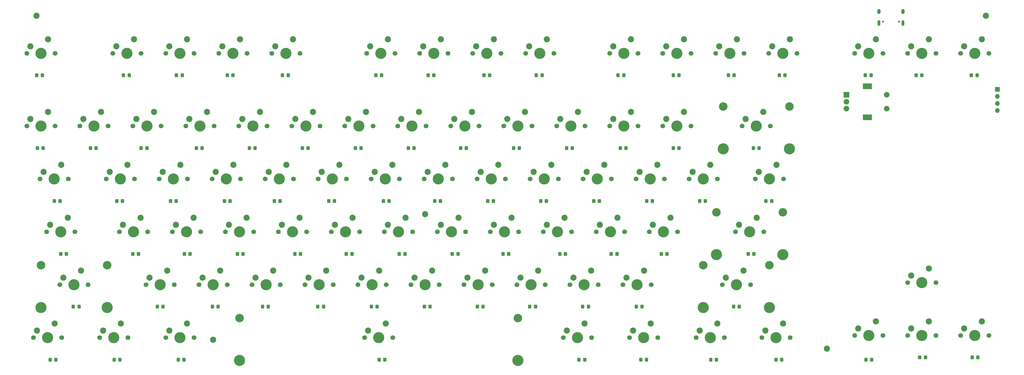
<source format=gbr>
%TF.GenerationSoftware,KiCad,Pcbnew,9.0.5*%
%TF.CreationDate,2026-01-06T21:45:26+05:30*%
%TF.ProjectId,Rheneium,5268656e-6569-4756-9d2e-6b696361645f,rev?*%
%TF.SameCoordinates,Original*%
%TF.FileFunction,Soldermask,Bot*%
%TF.FilePolarity,Negative*%
%FSLAX46Y46*%
G04 Gerber Fmt 4.6, Leading zero omitted, Abs format (unit mm)*
G04 Created by KiCad (PCBNEW 9.0.5) date 2026-01-06 21:45:26*
%MOMM*%
%LPD*%
G01*
G04 APERTURE LIST*
G04 Aperture macros list*
%AMRoundRect*
0 Rectangle with rounded corners*
0 $1 Rounding radius*
0 $2 $3 $4 $5 $6 $7 $8 $9 X,Y pos of 4 corners*
0 Add a 4 corners polygon primitive as box body*
4,1,4,$2,$3,$4,$5,$6,$7,$8,$9,$2,$3,0*
0 Add four circle primitives for the rounded corners*
1,1,$1+$1,$2,$3*
1,1,$1+$1,$4,$5*
1,1,$1+$1,$6,$7*
1,1,$1+$1,$8,$9*
0 Add four rect primitives between the rounded corners*
20,1,$1+$1,$2,$3,$4,$5,0*
20,1,$1+$1,$4,$5,$6,$7,0*
20,1,$1+$1,$6,$7,$8,$9,0*
20,1,$1+$1,$8,$9,$2,$3,0*%
G04 Aperture macros list end*
%ADD10C,1.700000*%
%ADD11C,4.000000*%
%ADD12C,2.200000*%
%ADD13C,3.050000*%
%ADD14R,1.700000X1.700000*%
%ADD15O,1.700000X1.700000*%
%ADD16R,2.000000X2.000000*%
%ADD17C,2.000000*%
%ADD18R,3.200000X2.000000*%
%ADD19C,0.700000*%
%ADD20O,1.100000X2.000000*%
%ADD21O,1.200000X1.800000*%
%ADD22RoundRect,0.250000X-0.325000X-0.450000X0.325000X-0.450000X0.325000X0.450000X-0.325000X0.450000X0*%
G04 APERTURE END LIST*
D10*
%TO.C,SW35*%
X182245000Y-103981250D03*
D11*
X187325000Y-103981250D03*
D10*
X192405000Y-103981250D03*
D12*
X189865000Y-98901250D03*
X183515000Y-101441250D03*
%TD*%
D10*
%TO.C,SW14*%
X20320000Y-84931250D03*
D11*
X25400000Y-84931250D03*
D10*
X30480000Y-84931250D03*
D12*
X27940000Y-79851250D03*
X21590000Y-82391250D03*
%TD*%
D10*
%TO.C,SW43*%
X91757500Y-123031250D03*
D11*
X96837500Y-123031250D03*
D10*
X101917500Y-123031250D03*
D12*
X99377500Y-117951250D03*
X93027500Y-120491250D03*
%TD*%
%TO.C,H5*%
X87312500Y-161925000D03*
%TD*%
D10*
%TO.C,SW60*%
X177482500Y-142081250D03*
D11*
X182562500Y-142081250D03*
D10*
X187642500Y-142081250D03*
D12*
X185102500Y-137001250D03*
X178752500Y-139541250D03*
%TD*%
D13*
%TO.C,SW53*%
X25406250Y-135081250D03*
D11*
X25406250Y-150321250D03*
D10*
X32226250Y-142081250D03*
D11*
X37306250Y-142081250D03*
D10*
X42386250Y-142081250D03*
D13*
X49206250Y-135081250D03*
D11*
X49206250Y-150321250D03*
D12*
X39846250Y-137001250D03*
X33496250Y-139541250D03*
%TD*%
D10*
%TO.C,SW80*%
X46513750Y-161131250D03*
D11*
X51593750Y-161131250D03*
D10*
X56673750Y-161131250D03*
D12*
X54133750Y-156051250D03*
X47783750Y-158591250D03*
%TD*%
D13*
%TO.C,SW52*%
X268293750Y-116031250D03*
D11*
X268293750Y-131271250D03*
D10*
X275113750Y-123031250D03*
D11*
X280193750Y-123031250D03*
D10*
X285273750Y-123031250D03*
D13*
X292093750Y-116031250D03*
D11*
X292093750Y-131271250D03*
D12*
X282733750Y-117951250D03*
X276383750Y-120491250D03*
%TD*%
D10*
%TO.C,SW68*%
X337017500Y-58746250D03*
D11*
X342097500Y-58746250D03*
D10*
X347177500Y-58746250D03*
D12*
X344637500Y-53666250D03*
X338287500Y-56206250D03*
%TD*%
D10*
%TO.C,SW67*%
X70326250Y-161131250D03*
D11*
X75406250Y-161131250D03*
D10*
X80486250Y-161131250D03*
D12*
X77946250Y-156051250D03*
X71596250Y-158591250D03*
%TD*%
D10*
%TO.C,SW48*%
X187007500Y-123031250D03*
D11*
X192087500Y-123031250D03*
D10*
X197167500Y-123031250D03*
D12*
X194627500Y-117951250D03*
X188277500Y-120491250D03*
%TD*%
D10*
%TO.C,SW7*%
X161607500Y-58737500D03*
D11*
X166687500Y-58737500D03*
D10*
X171767500Y-58737500D03*
D12*
X169227500Y-53657500D03*
X162877500Y-56197500D03*
%TD*%
D10*
%TO.C,SW63*%
X234632500Y-142081250D03*
D11*
X239712500Y-142081250D03*
D10*
X244792500Y-142081250D03*
D12*
X242252500Y-137001250D03*
X235902500Y-139541250D03*
%TD*%
D10*
%TO.C,SW27*%
X25082500Y-103981250D03*
D11*
X30162500Y-103981250D03*
D10*
X35242500Y-103981250D03*
D12*
X32702500Y-98901250D03*
X26352500Y-101441250D03*
%TD*%
D10*
%TO.C,SW39*%
X282257500Y-103981250D03*
D11*
X287337500Y-103981250D03*
D10*
X292417500Y-103981250D03*
D12*
X289877500Y-98901250D03*
X283527500Y-101441250D03*
%TD*%
D10*
%TO.C,SW29*%
X67945000Y-103981250D03*
D11*
X73025000Y-103981250D03*
D10*
X78105000Y-103981250D03*
D12*
X75565000Y-98901250D03*
X69215000Y-101441250D03*
%TD*%
D10*
%TO.C,SW56*%
X101282500Y-142081250D03*
D11*
X106362500Y-142081250D03*
D10*
X111442500Y-142081250D03*
D12*
X108902500Y-137001250D03*
X102552500Y-139541250D03*
%TD*%
D10*
%TO.C,SW25*%
X229870000Y-84931250D03*
D11*
X234950000Y-84931250D03*
D10*
X240030000Y-84931250D03*
D12*
X237490000Y-79851250D03*
X231140000Y-82391250D03*
%TD*%
D10*
%TO.C,SW32*%
X125095000Y-103981250D03*
D11*
X130175000Y-103981250D03*
D10*
X135255000Y-103981250D03*
D12*
X132715000Y-98901250D03*
X126365000Y-101441250D03*
%TD*%
D10*
%TO.C,SW37*%
X220345000Y-103981250D03*
D11*
X225425000Y-103981250D03*
D10*
X230505000Y-103981250D03*
D12*
X227965000Y-98901250D03*
X221615000Y-101441250D03*
%TD*%
D10*
%TO.C,SW12*%
X267970000Y-58737500D03*
D11*
X273050000Y-58737500D03*
D10*
X278130000Y-58737500D03*
D12*
X275590000Y-53657500D03*
X269240000Y-56197500D03*
%TD*%
D10*
%TO.C,SW50*%
X225107500Y-123031250D03*
D11*
X230187500Y-123031250D03*
D10*
X235267500Y-123031250D03*
D12*
X232727500Y-117951250D03*
X226377500Y-120491250D03*
%TD*%
D10*
%TO.C,SW77*%
X237013750Y-161131250D03*
D11*
X242093750Y-161131250D03*
D10*
X247173750Y-161131250D03*
D12*
X244633750Y-156051250D03*
X238283750Y-158591250D03*
%TD*%
%TO.C,H4*%
X307975000Y-165100000D03*
%TD*%
D10*
%TO.C,SW19*%
X115570000Y-84931250D03*
D11*
X120650000Y-84931250D03*
D10*
X125730000Y-84931250D03*
D12*
X123190000Y-79851250D03*
X116840000Y-82391250D03*
%TD*%
D10*
%TO.C,SW30*%
X86995000Y-103981250D03*
D11*
X92075000Y-103981250D03*
D10*
X97155000Y-103981250D03*
D12*
X94615000Y-98901250D03*
X88265000Y-101441250D03*
%TD*%
D10*
%TO.C,SW69*%
X356076250Y-58737500D03*
D11*
X361156250Y-58737500D03*
D10*
X366236250Y-58737500D03*
D12*
X363696250Y-53657500D03*
X357346250Y-56197500D03*
%TD*%
D10*
%TO.C,SW82*%
X260971844Y-161131250D03*
D11*
X266051844Y-161131250D03*
D10*
X271131844Y-161131250D03*
D12*
X268591844Y-156051250D03*
X262241844Y-158591250D03*
%TD*%
D10*
%TO.C,SW70*%
X317976250Y-160337500D03*
D11*
X323056250Y-160337500D03*
D10*
X328136250Y-160337500D03*
D12*
X325596250Y-155257500D03*
X319246250Y-157797500D03*
%TD*%
D10*
%TO.C,SW20*%
X134620000Y-84931250D03*
D11*
X139700000Y-84931250D03*
D10*
X144780000Y-84931250D03*
D12*
X142240000Y-79851250D03*
X135890000Y-82391250D03*
%TD*%
D10*
%TO.C,SW41*%
X53657500Y-123031250D03*
D11*
X58737500Y-123031250D03*
D10*
X63817500Y-123031250D03*
D12*
X61277500Y-117951250D03*
X54927500Y-120491250D03*
%TD*%
D10*
%TO.C,SW45*%
X129857500Y-123031250D03*
D11*
X134937500Y-123031250D03*
D10*
X140017500Y-123031250D03*
D12*
X137477500Y-117951250D03*
X131127500Y-120491250D03*
%TD*%
D10*
%TO.C,SW44*%
X110807500Y-123031250D03*
D11*
X115887500Y-123031250D03*
D10*
X120967500Y-123031250D03*
D12*
X118427500Y-117951250D03*
X112077500Y-120491250D03*
%TD*%
D10*
%TO.C,SW2*%
X51276250Y-58737500D03*
D11*
X56356250Y-58737500D03*
D10*
X61436250Y-58737500D03*
D12*
X58896250Y-53657500D03*
X52546250Y-56197500D03*
%TD*%
D10*
%TO.C,SW76*%
X258445000Y-103981250D03*
D11*
X263525000Y-103981250D03*
D10*
X268605000Y-103981250D03*
D12*
X266065000Y-98901250D03*
X259715000Y-101441250D03*
%TD*%
D10*
%TO.C,SW9*%
X199707500Y-58737500D03*
D11*
X204787500Y-58737500D03*
D10*
X209867500Y-58737500D03*
D12*
X207327500Y-53657500D03*
X200977500Y-56197500D03*
%TD*%
D13*
%TO.C,SW81*%
X96843750Y-154131250D03*
D11*
X96843750Y-169371250D03*
D10*
X141763750Y-161131250D03*
D11*
X146843750Y-161131250D03*
D10*
X151923750Y-161131250D03*
D13*
X196843750Y-154131250D03*
D11*
X196843750Y-169371250D03*
D12*
X149383750Y-156051250D03*
X143033750Y-158591250D03*
%TD*%
D10*
%TO.C,SW1*%
X20320000Y-58737500D03*
D11*
X25400000Y-58737500D03*
D10*
X30480000Y-58737500D03*
D12*
X27940000Y-53657500D03*
X21590000Y-56197500D03*
%TD*%
D14*
%TO.C,J1*%
X369246250Y-71711250D03*
D15*
X369246250Y-74251250D03*
X369246250Y-76791250D03*
X369246250Y-79331250D03*
%TD*%
D10*
%TO.C,SW49*%
X206057500Y-123031250D03*
D11*
X211137500Y-123031250D03*
D10*
X216217500Y-123031250D03*
D12*
X213677500Y-117951250D03*
X207327500Y-120491250D03*
%TD*%
D10*
%TO.C,SW17*%
X77470000Y-84931250D03*
D11*
X82550000Y-84931250D03*
D10*
X87630000Y-84931250D03*
D12*
X85090000Y-79851250D03*
X78740000Y-82391250D03*
%TD*%
D10*
%TO.C,SW57*%
X120332500Y-142081250D03*
D11*
X125412500Y-142081250D03*
D10*
X130492500Y-142081250D03*
D12*
X127952500Y-137001250D03*
X121602500Y-139541250D03*
%TD*%
D10*
%TO.C,SW13*%
X287020000Y-58737500D03*
D11*
X292100000Y-58737500D03*
D10*
X297180000Y-58737500D03*
D12*
X294640000Y-53657500D03*
X288290000Y-56197500D03*
%TD*%
D13*
%TO.C,SW65*%
X263531250Y-135081250D03*
D11*
X263531250Y-150321250D03*
D10*
X270351250Y-142081250D03*
D11*
X275431250Y-142081250D03*
D10*
X280511250Y-142081250D03*
D13*
X287331250Y-135081250D03*
D11*
X287331250Y-150321250D03*
D12*
X277971250Y-137001250D03*
X271621250Y-139541250D03*
%TD*%
D10*
%TO.C,SW21*%
X153670000Y-84931250D03*
D11*
X158750000Y-84931250D03*
D10*
X163830000Y-84931250D03*
D12*
X161290000Y-79851250D03*
X154940000Y-82391250D03*
%TD*%
D10*
%TO.C,SW24*%
X210820000Y-84931250D03*
D11*
X215900000Y-84931250D03*
D10*
X220980000Y-84931250D03*
D12*
X218440000Y-79851250D03*
X212090000Y-82391250D03*
%TD*%
D10*
%TO.C,SW5*%
X108426250Y-58737500D03*
D11*
X113506250Y-58737500D03*
D10*
X118586250Y-58737500D03*
D12*
X116046250Y-53657500D03*
X109696250Y-56197500D03*
%TD*%
D10*
%TO.C,SW55*%
X82232500Y-142081250D03*
D11*
X87312500Y-142081250D03*
D10*
X92392500Y-142081250D03*
D12*
X89852500Y-137001250D03*
X83502500Y-139541250D03*
%TD*%
D10*
%TO.C,SW75*%
X337026250Y-160337500D03*
D11*
X342106250Y-160337500D03*
D10*
X347186250Y-160337500D03*
D12*
X344646250Y-155257500D03*
X338296250Y-157797500D03*
%TD*%
%TO.C,H2*%
X23812500Y-45243750D03*
%TD*%
D10*
%TO.C,SW46*%
X148907500Y-123031250D03*
D11*
X153987500Y-123031250D03*
D10*
X159067500Y-123031250D03*
D12*
X156527500Y-117951250D03*
X150177500Y-120491250D03*
%TD*%
D10*
%TO.C,SW51*%
X244157500Y-123031250D03*
D11*
X249237500Y-123031250D03*
D10*
X254317500Y-123031250D03*
D12*
X251777500Y-117951250D03*
X245427500Y-120491250D03*
%TD*%
D10*
%TO.C,SW18*%
X96520000Y-84931250D03*
D11*
X101600000Y-84931250D03*
D10*
X106680000Y-84931250D03*
D12*
X104140000Y-79851250D03*
X97790000Y-82391250D03*
%TD*%
D10*
%TO.C,SW64*%
X213201250Y-161131250D03*
D11*
X218281250Y-161131250D03*
D10*
X223361250Y-161131250D03*
D12*
X220821250Y-156051250D03*
X214471250Y-158591250D03*
%TD*%
D10*
%TO.C,SW42*%
X72707500Y-123031250D03*
D11*
X77787500Y-123031250D03*
D10*
X82867500Y-123031250D03*
D12*
X80327500Y-117951250D03*
X73977500Y-120491250D03*
%TD*%
D10*
%TO.C,SW40*%
X27463750Y-123031250D03*
D11*
X32543750Y-123031250D03*
D10*
X37623750Y-123031250D03*
D12*
X35083750Y-117951250D03*
X28733750Y-120491250D03*
%TD*%
D10*
%TO.C,SW58*%
X139382500Y-142081250D03*
D11*
X144462500Y-142081250D03*
D10*
X149542500Y-142081250D03*
D12*
X147002500Y-137001250D03*
X140652500Y-139541250D03*
%TD*%
%TO.C,H1*%
X365125000Y-45243750D03*
%TD*%
D16*
%TO.C,SW84*%
X315012500Y-73700000D03*
D17*
X315012500Y-78700000D03*
X315012500Y-76200000D03*
D18*
X322512500Y-70600000D03*
X322512500Y-81800000D03*
D17*
X329512500Y-78700000D03*
X329512500Y-73700000D03*
%TD*%
D10*
%TO.C,SW28*%
X48895000Y-103981250D03*
D11*
X53975000Y-103981250D03*
D10*
X59055000Y-103981250D03*
D12*
X56515000Y-98901250D03*
X50165000Y-101441250D03*
%TD*%
D10*
%TO.C,SW62*%
X215582500Y-142081250D03*
D11*
X220662500Y-142081250D03*
D10*
X225742500Y-142081250D03*
D12*
X223202500Y-137001250D03*
X216852500Y-139541250D03*
%TD*%
D10*
%TO.C,SW15*%
X39370000Y-84931250D03*
D11*
X44450000Y-84931250D03*
D10*
X49530000Y-84931250D03*
D12*
X46990000Y-79851250D03*
X40640000Y-82391250D03*
%TD*%
D10*
%TO.C,SW61*%
X196532500Y-142081250D03*
D11*
X201612500Y-142081250D03*
D10*
X206692500Y-142081250D03*
D12*
X204152500Y-137001250D03*
X197802500Y-139541250D03*
%TD*%
D10*
%TO.C,SW78*%
X337026250Y-141287500D03*
D11*
X342106250Y-141287500D03*
D10*
X347186250Y-141287500D03*
D12*
X344646250Y-136207500D03*
X338296250Y-138747500D03*
%TD*%
D10*
%TO.C,SW22*%
X172720000Y-84931250D03*
D11*
X177800000Y-84931250D03*
D10*
X182880000Y-84931250D03*
D12*
X180340000Y-79851250D03*
X173990000Y-82391250D03*
%TD*%
D10*
%TO.C,SW47*%
X167957500Y-123031250D03*
D11*
X173037500Y-123031250D03*
D10*
X178117500Y-123031250D03*
D12*
X175577500Y-117951250D03*
X169227500Y-120491250D03*
%TD*%
D10*
%TO.C,SW6*%
X142557500Y-58737500D03*
D11*
X147637500Y-58737500D03*
D10*
X152717500Y-58737500D03*
D12*
X150177500Y-53657500D03*
X143827500Y-56197500D03*
%TD*%
D10*
%TO.C,SW10*%
X229870000Y-58737500D03*
D11*
X234950000Y-58737500D03*
D10*
X240030000Y-58737500D03*
D12*
X237490000Y-53657500D03*
X231140000Y-56197500D03*
%TD*%
D10*
%TO.C,SW16*%
X58420000Y-84931250D03*
D11*
X63500000Y-84931250D03*
D10*
X68580000Y-84931250D03*
D12*
X66040000Y-79851250D03*
X59690000Y-82391250D03*
%TD*%
D10*
%TO.C,SW4*%
X89376250Y-58737500D03*
D11*
X94456250Y-58737500D03*
D10*
X99536250Y-58737500D03*
D12*
X96996250Y-53657500D03*
X90646250Y-56197500D03*
%TD*%
D10*
%TO.C,SW83*%
X284638750Y-161131250D03*
D11*
X289718750Y-161131250D03*
D10*
X294798750Y-161131250D03*
D12*
X292258750Y-156051250D03*
X285908750Y-158591250D03*
%TD*%
D10*
%TO.C,SW74*%
X356076250Y-160337500D03*
D11*
X361156250Y-160337500D03*
D10*
X366236250Y-160337500D03*
D12*
X363696250Y-155257500D03*
X357346250Y-157797500D03*
%TD*%
D10*
%TO.C,SW79*%
X22701250Y-161131250D03*
D11*
X27781250Y-161131250D03*
D10*
X32861250Y-161131250D03*
D12*
X30321250Y-156051250D03*
X23971250Y-158591250D03*
%TD*%
D10*
%TO.C,SW66*%
X317976250Y-58737500D03*
D11*
X323056250Y-58737500D03*
D10*
X328136250Y-58737500D03*
D12*
X325596250Y-53657500D03*
X319246250Y-56197500D03*
%TD*%
D10*
%TO.C,SW34*%
X163195000Y-103981250D03*
D11*
X168275000Y-103981250D03*
D10*
X173355000Y-103981250D03*
D12*
X170815000Y-98901250D03*
X164465000Y-101441250D03*
%TD*%
D10*
%TO.C,SW3*%
X70326250Y-58737500D03*
D11*
X75406250Y-58737500D03*
D10*
X80486250Y-58737500D03*
D12*
X77946250Y-53657500D03*
X71596250Y-56197500D03*
%TD*%
%TO.C,H3*%
X163512500Y-116681250D03*
%TD*%
D10*
%TO.C,SW33*%
X144145000Y-103981250D03*
D11*
X149225000Y-103981250D03*
D10*
X154305000Y-103981250D03*
D12*
X151765000Y-98901250D03*
X145415000Y-101441250D03*
%TD*%
D10*
%TO.C,SW11*%
X248920000Y-58737500D03*
D11*
X254000000Y-58737500D03*
D10*
X259080000Y-58737500D03*
D12*
X256540000Y-53657500D03*
X250190000Y-56197500D03*
%TD*%
D10*
%TO.C,SW71*%
X248920000Y-84931250D03*
D11*
X254000000Y-84931250D03*
D10*
X259080000Y-84931250D03*
D12*
X256540000Y-79851250D03*
X250190000Y-82391250D03*
%TD*%
D10*
%TO.C,SW38*%
X239395000Y-103981250D03*
D11*
X244475000Y-103981250D03*
D10*
X249555000Y-103981250D03*
D12*
X247015000Y-98901250D03*
X240665000Y-101441250D03*
%TD*%
D10*
%TO.C,SW23*%
X191770000Y-84931250D03*
D11*
X196850000Y-84931250D03*
D10*
X201930000Y-84931250D03*
D12*
X199390000Y-79851250D03*
X193040000Y-82391250D03*
%TD*%
D10*
%TO.C,SW54*%
X63182500Y-142081250D03*
D11*
X68262500Y-142081250D03*
D10*
X73342500Y-142081250D03*
D12*
X70802500Y-137001250D03*
X64452500Y-139541250D03*
%TD*%
D10*
%TO.C,SW8*%
X180657500Y-58737500D03*
D11*
X185737500Y-58737500D03*
D10*
X190817500Y-58737500D03*
D12*
X188277500Y-53657500D03*
X181927500Y-56197500D03*
%TD*%
D13*
%TO.C,SW26*%
X270675000Y-77931250D03*
D11*
X270675000Y-93171250D03*
D10*
X277495000Y-84931250D03*
D11*
X282575000Y-84931250D03*
D10*
X287655000Y-84931250D03*
D13*
X294475000Y-77931250D03*
D11*
X294475000Y-93171250D03*
D12*
X285115000Y-79851250D03*
X278765000Y-82391250D03*
%TD*%
D10*
%TO.C,SW31*%
X106045000Y-103981250D03*
D11*
X111125000Y-103981250D03*
D10*
X116205000Y-103981250D03*
D12*
X113665000Y-98901250D03*
X107315000Y-101441250D03*
%TD*%
D10*
%TO.C,SW36*%
X201295000Y-103981250D03*
D11*
X206375000Y-103981250D03*
D10*
X211455000Y-103981250D03*
D12*
X208915000Y-98901250D03*
X202565000Y-101441250D03*
%TD*%
D10*
%TO.C,SW59*%
X158432500Y-142081250D03*
D11*
X163512500Y-142081250D03*
D10*
X168592500Y-142081250D03*
D12*
X166052500Y-137001250D03*
X159702500Y-139541250D03*
%TD*%
D19*
%TO.C,USB1*%
X333883750Y-47337500D03*
X328103750Y-47337500D03*
D20*
X335313750Y-47867500D03*
D21*
X335313750Y-43657500D03*
D20*
X326673750Y-47867500D03*
D21*
X326673750Y-43657500D03*
%TD*%
D22*
%TO.C,D65*%
X274406250Y-149955250D03*
X276456250Y-149955250D03*
%TD*%
%TO.C,D71*%
X252743750Y-92868750D03*
X254793750Y-92868750D03*
%TD*%
%TO.C,D57*%
X124950000Y-149955250D03*
X127000000Y-149955250D03*
%TD*%
%TO.C,D28*%
X52718750Y-111918750D03*
X54768750Y-111918750D03*
%TD*%
%TO.C,D41*%
X58426786Y-130968750D03*
X60476786Y-130968750D03*
%TD*%
%TO.C,D11*%
X252743750Y-66675000D03*
X254793750Y-66675000D03*
%TD*%
%TO.C,D40*%
X32564286Y-130968750D03*
X34614286Y-130968750D03*
%TD*%
%TO.C,D67*%
X74798156Y-169068750D03*
X76848156Y-169068750D03*
%TD*%
%TO.C,D17*%
X81293750Y-92868750D03*
X83343750Y-92868750D03*
%TD*%
%TO.C,D7*%
X164637500Y-66675000D03*
X166687500Y-66675000D03*
%TD*%
%TO.C,D43*%
X96064286Y-130968750D03*
X98114286Y-130968750D03*
%TD*%
%TO.C,D69*%
X359900000Y-66675000D03*
X361950000Y-66675000D03*
%TD*%
%TO.C,D79*%
X28760656Y-169068750D03*
X30810656Y-169068750D03*
%TD*%
%TO.C,D83*%
X289673156Y-169068750D03*
X291723156Y-169068750D03*
%TD*%
%TO.C,D27*%
X30262500Y-111918750D03*
X32312500Y-111918750D03*
%TD*%
%TO.C,D15*%
X43193750Y-92868750D03*
X45243750Y-92868750D03*
%TD*%
%TO.C,D80*%
X51779406Y-169068750D03*
X53829406Y-169068750D03*
%TD*%
%TO.C,D66*%
X321800000Y-66675000D03*
X323850000Y-66675000D03*
%TD*%
%TO.C,D53*%
X37075000Y-149955250D03*
X39125000Y-149955250D03*
%TD*%
%TO.C,D20*%
X138443750Y-92868750D03*
X140493750Y-92868750D03*
%TD*%
%TO.C,D45*%
X135189286Y-130968750D03*
X137239286Y-130968750D03*
%TD*%
%TO.C,D60*%
X182331250Y-149955250D03*
X184381250Y-149955250D03*
%TD*%
%TO.C,D42*%
X77014286Y-130968750D03*
X79064286Y-130968750D03*
%TD*%
%TO.C,D38*%
X243218750Y-111918750D03*
X245268750Y-111918750D03*
%TD*%
%TO.C,D49*%
X211951786Y-130968750D03*
X214001786Y-130968750D03*
%TD*%
%TO.C,D2*%
X55100000Y-66675000D03*
X57150000Y-66675000D03*
%TD*%
%TO.C,D59*%
X163281250Y-149955250D03*
X165331250Y-149955250D03*
%TD*%
%TO.C,D74*%
X360176250Y-168275000D03*
X362226250Y-168275000D03*
%TD*%
%TO.C,D9*%
X203531250Y-66675000D03*
X205581250Y-66675000D03*
%TD*%
%TO.C,D82*%
X266237500Y-169068750D03*
X268287500Y-169068750D03*
%TD*%
%TO.C,D50*%
X230439286Y-130968750D03*
X232489286Y-130968750D03*
%TD*%
%TO.C,D47*%
X173289286Y-130968750D03*
X175339286Y-130968750D03*
%TD*%
%TO.C,D30*%
X91381250Y-111918750D03*
X93431250Y-111918750D03*
%TD*%
%TO.C,D33*%
X148531250Y-111918750D03*
X150581250Y-111918750D03*
%TD*%
%TO.C,D25*%
X233693750Y-92868750D03*
X235743750Y-92868750D03*
%TD*%
%TO.C,D16*%
X61450000Y-92868750D03*
X63500000Y-92868750D03*
%TD*%
%TO.C,D76*%
X262268750Y-111918750D03*
X264318750Y-111918750D03*
%TD*%
%TO.C,D55*%
X87081250Y-149955250D03*
X89131250Y-149955250D03*
%TD*%
%TO.C,D23*%
X195362500Y-92868750D03*
X197412500Y-92868750D03*
%TD*%
%TO.C,D32*%
X128918750Y-111918750D03*
X130968750Y-111918750D03*
%TD*%
%TO.C,D26*%
X281550000Y-92868750D03*
X283600000Y-92868750D03*
%TD*%
%TO.C,D3*%
X74150000Y-66675000D03*
X76200000Y-66675000D03*
%TD*%
%TO.C,D81*%
X147029406Y-169068750D03*
X149079406Y-169068750D03*
%TD*%
%TO.C,D58*%
X144231250Y-149955250D03*
X146281250Y-149955250D03*
%TD*%
%TO.C,D70*%
X321985656Y-169068750D03*
X324035656Y-169068750D03*
%TD*%
%TO.C,D75*%
X341357500Y-168275000D03*
X343407500Y-168275000D03*
%TD*%
%TO.C,D35*%
X186068750Y-111918750D03*
X188118750Y-111918750D03*
%TD*%
%TO.C,D10*%
X232900000Y-66675000D03*
X234950000Y-66675000D03*
%TD*%
%TO.C,D12*%
X272587500Y-66675000D03*
X274637500Y-66675000D03*
%TD*%
%TO.C,D31*%
X109306250Y-111918750D03*
X111356250Y-111918750D03*
%TD*%
%TO.C,D48*%
X191545536Y-130968750D03*
X193595536Y-130968750D03*
%TD*%
%TO.C,D14*%
X24143750Y-92868750D03*
X26193750Y-92868750D03*
%TD*%
%TO.C,D5*%
X112250000Y-66675000D03*
X114300000Y-66675000D03*
%TD*%
%TO.C,D68*%
X340056250Y-66675000D03*
X342106250Y-66675000D03*
%TD*%
%TO.C,D24*%
X214412500Y-92868750D03*
X216462500Y-92868750D03*
%TD*%
%TO.C,D4*%
X92406250Y-66675000D03*
X94456250Y-66675000D03*
%TD*%
%TO.C,D77*%
X241068750Y-169068750D03*
X243118750Y-169068750D03*
%TD*%
%TO.C,D18*%
X100343750Y-92868750D03*
X102393750Y-92868750D03*
%TD*%
%TO.C,D29*%
X72000000Y-111918750D03*
X74050000Y-111918750D03*
%TD*%
%TO.C,D63*%
X239481250Y-149955250D03*
X241531250Y-149955250D03*
%TD*%
%TO.C,D8*%
X184712500Y-66675000D03*
X186762500Y-66675000D03*
%TD*%
%TO.C,D52*%
X279651786Y-130968750D03*
X281701786Y-130968750D03*
%TD*%
%TO.C,D54*%
X67237500Y-149955250D03*
X69287500Y-149955250D03*
%TD*%
%TO.C,D39*%
X286081250Y-111918750D03*
X288131250Y-111918750D03*
%TD*%
%TO.C,D44*%
X116701786Y-130968750D03*
X118751786Y-130968750D03*
%TD*%
%TO.C,D61*%
X201150000Y-149955250D03*
X203200000Y-149955250D03*
%TD*%
%TO.C,D56*%
X105106250Y-149955250D03*
X107156250Y-149955250D03*
%TD*%
%TO.C,D51*%
X248464286Y-130968750D03*
X250514286Y-130968750D03*
%TD*%
%TO.C,D36*%
X205118750Y-111918750D03*
X207168750Y-111918750D03*
%TD*%
%TO.C,D21*%
X157493750Y-92868750D03*
X159543750Y-92868750D03*
%TD*%
%TO.C,D1*%
X23912500Y-66675000D03*
X25962500Y-66675000D03*
%TD*%
%TO.C,D6*%
X145818750Y-66675000D03*
X147868750Y-66675000D03*
%TD*%
%TO.C,D64*%
X218843750Y-169068750D03*
X220893750Y-169068750D03*
%TD*%
%TO.C,D22*%
X176312500Y-92868750D03*
X178362500Y-92868750D03*
%TD*%
%TO.C,D13*%
X290843750Y-66675000D03*
X292893750Y-66675000D03*
%TD*%
%TO.C,D37*%
X224168750Y-111918750D03*
X226218750Y-111918750D03*
%TD*%
%TO.C,D62*%
X220200000Y-149955250D03*
X222250000Y-149955250D03*
%TD*%
%TO.C,D19*%
X119393750Y-92868750D03*
X121443750Y-92868750D03*
%TD*%
%TO.C,D46*%
X154239286Y-130968750D03*
X156289286Y-130968750D03*
%TD*%
%TO.C,D34*%
X167018750Y-111918750D03*
X169068750Y-111918750D03*
%TD*%
M02*

</source>
